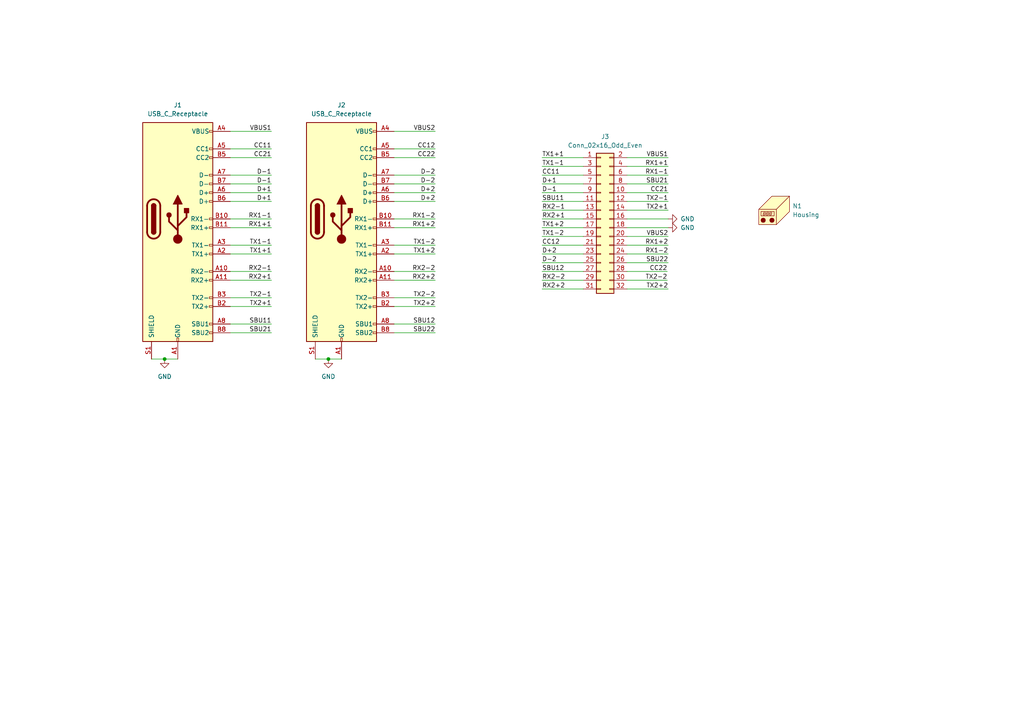
<source format=kicad_sch>
(kicad_sch (version 20211123) (generator eeschema)
  (paper "A4")
  (lib_symbols
    (symbol "Connector:USB_C_Receptacle" (pin_names (offset 1.016))
      (property "Reference" "J" (at -10.16 29.21 0))
      (property "Value" "USB_C_Receptacle" (at 10.16 29.21 0))
      (symbol "USB_C_Receptacle_0_0"
        (rectangle (start -0.254 -35.56) (end 0.254 -34.544))
        (rectangle (start 10.16 -32.766) (end 9.144 -33.274))
        (rectangle (start 10.16 -30.226) (end 9.144 -30.734))
        (rectangle (start 10.16 -25.146) (end 9.144 -25.654))
        (rectangle (start 10.16 -22.606) (end 9.144 -23.114))
        (rectangle (start 10.16 -17.526) (end 9.144 -18.034))
        (rectangle (start 10.16 -14.986) (end 9.144 -15.494))
        (rectangle (start 10.16 -9.906) (end 9.144 -10.414))
        (rectangle (start 10.16 -7.366) (end 9.144 -7.874))
        (rectangle (start 10.16 -2.286) (end 9.144 -2.794))
        (rectangle (start 10.16 0.254) (end 9.144 -0.254))
        (rectangle (start 10.16 5.334) (end 9.144 4.826))
        (rectangle (start 10.16 7.874) (end 9.144 7.366))
        (rectangle (start 10.16 10.414) (end 9.144 9.906))
        (rectangle (start 10.16 12.954) (end 9.144 12.446))
        (rectangle (start 10.16 18.034) (end 9.144 17.526))
        (rectangle (start 10.16 20.574) (end 9.144 20.066))
        (rectangle (start 10.16 25.654) (end 9.144 25.146))
      )
      (symbol "USB_C_Receptacle_0_1"
        (rectangle (start -10.16 27.94) (end 10.16 -35.56) (stroke (width 0.254)) (fill (type background)))
        (arc (start -8.89 -3.81) (mid -6.985 -5.715) (end -5.08 -3.81) (stroke (width 0.508)))
        (arc (start -7.62 -3.81) (mid -6.985 -4.445) (end -6.35 -3.81) (stroke (width 0.254)))
        (arc (start -7.62 -3.81) (mid -6.985 -4.445) (end -6.35 -3.81) (stroke (width 0.254)) (fill (type outline)))
        (rectangle (start -7.62 -3.81) (end -6.35 3.81) (stroke (width 0.254)) (fill (type outline)))
        (arc (start -6.35 3.81) (mid -6.985 4.445) (end -7.62 3.81) (stroke (width 0.254)))
        (arc (start -6.35 3.81) (mid -6.985 4.445) (end -7.62 3.81) (stroke (width 0.254)) (fill (type outline)))
        (arc (start -5.08 3.81) (mid -6.985 5.715) (end -8.89 3.81) (stroke (width 0.508)))
        (polyline (pts (xy -8.89 -3.81) (xy -8.89 3.81)) (stroke (width 0.508)))
        (polyline (pts (xy -5.08 3.81) (xy -5.08 -3.81)) (stroke (width 0.508)))
      )
      (symbol "USB_C_Receptacle_1_1"
        (circle (center -2.54 1.143) (radius 0.635) (stroke (width 0.254)) (fill (type outline)))
        (circle (center 0 -5.842) (radius 1.27) (fill (type outline)))
        (polyline (pts (xy 0 -5.842) (xy 0 4.318)) (stroke (width 0.508)))
        (polyline (pts (xy 0 -3.302) (xy -2.54 -0.762) (xy -2.54 0.508)) (stroke (width 0.508)))
        (polyline (pts (xy 0 -2.032) (xy 2.54 0.508) (xy 2.54 1.778)) (stroke (width 0.508)))
        (polyline (pts (xy -1.27 4.318) (xy 0 6.858) (xy 1.27 4.318) (xy -1.27 4.318)) (stroke (width 0.254)) (fill (type outline)))
        (rectangle (start 1.905 1.778) (end 3.175 3.048) (stroke (width 0.254)) (fill (type outline)))
        (pin passive line (at 0 -40.64 90) (length 5.08) (name "GND") (number "A1"))
        (pin bidirectional line (at 15.24 -15.24 180) (length 5.08) (name "RX2-") (number "A10"))
        (pin bidirectional line (at 15.24 -17.78 180) (length 5.08) (name "RX2+") (number "A11"))
        (pin passive line (at 0 -40.64 90) (length 5.08) hide (name "GND") (number "A12"))
        (pin bidirectional line (at 15.24 -10.16 180) (length 5.08) (name "TX1+") (number "A2"))
        (pin bidirectional line (at 15.24 -7.62 180) (length 5.08) (name "TX1-") (number "A3"))
        (pin passive line (at 15.24 25.4 180) (length 5.08) (name "VBUS") (number "A4"))
        (pin bidirectional line (at 15.24 20.32 180) (length 5.08) (name "CC1") (number "A5"))
        (pin bidirectional line (at 15.24 7.62 180) (length 5.08) (name "D+") (number "A6"))
        (pin bidirectional line (at 15.24 12.7 180) (length 5.08) (name "D-") (number "A7"))
        (pin bidirectional line (at 15.24 -30.48 180) (length 5.08) (name "SBU1") (number "A8"))
        (pin passive line (at 15.24 25.4 180) (length 5.08) hide (name "VBUS") (number "A9"))
        (pin passive line (at 0 -40.64 90) (length 5.08) hide (name "GND") (number "B1"))
        (pin bidirectional line (at 15.24 0 180) (length 5.08) (name "RX1-") (number "B10"))
        (pin bidirectional line (at 15.24 -2.54 180) (length 5.08) (name "RX1+") (number "B11"))
        (pin passive line (at 0 -40.64 90) (length 5.08) hide (name "GND") (number "B12"))
        (pin bidirectional line (at 15.24 -25.4 180) (length 5.08) (name "TX2+") (number "B2"))
        (pin bidirectional line (at 15.24 -22.86 180) (length 5.08) (name "TX2-") (number "B3"))
        (pin passive line (at 15.24 25.4 180) (length 5.08) hide (name "VBUS") (number "B4"))
        (pin bidirectional line (at 15.24 17.78 180) (length 5.08) (name "CC2") (number "B5"))
        (pin bidirectional line (at 15.24 5.08 180) (length 5.08) (name "D+") (number "B6"))
        (pin bidirectional line (at 15.24 10.16 180) (length 5.08) (name "D-") (number "B7"))
        (pin bidirectional line (at 15.24 -33.02 180) (length 5.08) (name "SBU2") (number "B8"))
        (pin passive line (at 15.24 25.4 180) (length 5.08) hide (name "VBUS") (number "B9"))
        (pin passive line (at -7.62 -40.64 90) (length 5.08) (name "SHIELD") (number "S1"))
      )
    )
    (symbol "Connector_Generic:Conn_02x16_Odd_Even" (pin_names (offset 1.016) hide)
      (property "Reference" "J" (at 1.27 20.32 0))
      (property "Value" "Conn_02x16_Odd_Even" (at 1.27 -22.86 0))
      (symbol "Conn_02x16_Odd_Even_1_1"
        (rectangle (start -1.27 -20.193) (end 0 -20.447) (stroke (width 0.1524)))
        (rectangle (start -1.27 -17.653) (end 0 -17.907) (stroke (width 0.1524)))
        (rectangle (start -1.27 -15.113) (end 0 -15.367) (stroke (width 0.1524)))
        (rectangle (start -1.27 -12.573) (end 0 -12.827) (stroke (width 0.1524)))
        (rectangle (start -1.27 -10.033) (end 0 -10.287) (stroke (width 0.1524)))
        (rectangle (start -1.27 -7.493) (end 0 -7.747) (stroke (width 0.1524)))
        (rectangle (start -1.27 -4.953) (end 0 -5.207) (stroke (width 0.1524)))
        (rectangle (start -1.27 -2.413) (end 0 -2.667) (stroke (width 0.1524)))
        (rectangle (start -1.27 0.127) (end 0 -0.127) (stroke (width 0.1524)))
        (rectangle (start -1.27 2.667) (end 0 2.413) (stroke (width 0.1524)))
        (rectangle (start -1.27 5.207) (end 0 4.953) (stroke (width 0.1524)))
        (rectangle (start -1.27 7.747) (end 0 7.493) (stroke (width 0.1524)))
        (rectangle (start -1.27 10.287) (end 0 10.033) (stroke (width 0.1524)))
        (rectangle (start -1.27 12.827) (end 0 12.573) (stroke (width 0.1524)))
        (rectangle (start -1.27 15.367) (end 0 15.113) (stroke (width 0.1524)))
        (rectangle (start -1.27 17.907) (end 0 17.653) (stroke (width 0.1524)))
        (rectangle (start -1.27 19.05) (end 3.81 -21.59) (stroke (width 0.254)) (fill (type background)))
        (rectangle (start 3.81 -20.193) (end 2.54 -20.447) (stroke (width 0.1524)))
        (rectangle (start 3.81 -17.653) (end 2.54 -17.907) (stroke (width 0.1524)))
        (rectangle (start 3.81 -15.113) (end 2.54 -15.367) (stroke (width 0.1524)))
        (rectangle (start 3.81 -12.573) (end 2.54 -12.827) (stroke (width 0.1524)))
        (rectangle (start 3.81 -10.033) (end 2.54 -10.287) (stroke (width 0.1524)))
        (rectangle (start 3.81 -7.493) (end 2.54 -7.747) (stroke (width 0.1524)))
        (rectangle (start 3.81 -4.953) (end 2.54 -5.207) (stroke (width 0.1524)))
        (rectangle (start 3.81 -2.413) (end 2.54 -2.667) (stroke (width 0.1524)))
        (rectangle (start 3.81 0.127) (end 2.54 -0.127) (stroke (width 0.1524)))
        (rectangle (start 3.81 2.667) (end 2.54 2.413) (stroke (width 0.1524)))
        (rectangle (start 3.81 5.207) (end 2.54 4.953) (stroke (width 0.1524)))
        (rectangle (start 3.81 7.747) (end 2.54 7.493) (stroke (width 0.1524)))
        (rectangle (start 3.81 10.287) (end 2.54 10.033) (stroke (width 0.1524)))
        (rectangle (start 3.81 12.827) (end 2.54 12.573) (stroke (width 0.1524)))
        (rectangle (start 3.81 15.367) (end 2.54 15.113) (stroke (width 0.1524)))
        (rectangle (start 3.81 17.907) (end 2.54 17.653) (stroke (width 0.1524)))
        (pin passive line (at -5.08 17.78 0) (length 3.81) (name "Pin_1") (number "1"))
        (pin passive line (at 7.62 7.62 180) (length 3.81) (name "Pin_10") (number "10"))
        (pin passive line (at -5.08 5.08 0) (length 3.81) (name "Pin_11") (number "11"))
        (pin passive line (at 7.62 5.08 180) (length 3.81) (name "Pin_12") (number "12"))
        (pin passive line (at -5.08 2.54 0) (length 3.81) (name "Pin_13") (number "13"))
        (pin passive line (at 7.62 2.54 180) (length 3.81) (name "Pin_14") (number "14"))
        (pin passive line (at -5.08 0 0) (length 3.81) (name "Pin_15") (number "15"))
        (pin passive line (at 7.62 0 180) (length 3.81) (name "Pin_16") (number "16"))
        (pin passive line (at -5.08 -2.54 0) (length 3.81) (name "Pin_17") (number "17"))
        (pin passive line (at 7.62 -2.54 180) (length 3.81) (name "Pin_18") (number "18"))
        (pin passive line (at -5.08 -5.08 0) (length 3.81) (name "Pin_19") (number "19"))
        (pin passive line (at 7.62 17.78 180) (length 3.81) (name "Pin_2") (number "2"))
        (pin passive line (at 7.62 -5.08 180) (length 3.81) (name "Pin_20") (number "20"))
        (pin passive line (at -5.08 -7.62 0) (length 3.81) (name "Pin_21") (number "21"))
        (pin passive line (at 7.62 -7.62 180) (length 3.81) (name "Pin_22") (number "22"))
        (pin passive line (at -5.08 -10.16 0) (length 3.81) (name "Pin_23") (number "23"))
        (pin passive line (at 7.62 -10.16 180) (length 3.81) (name "Pin_24") (number "24"))
        (pin passive line (at -5.08 -12.7 0) (length 3.81) (name "Pin_25") (number "25"))
        (pin passive line (at 7.62 -12.7 180) (length 3.81) (name "Pin_26") (number "26"))
        (pin passive line (at -5.08 -15.24 0) (length 3.81) (name "Pin_27") (number "27"))
        (pin passive line (at 7.62 -15.24 180) (length 3.81) (name "Pin_28") (number "28"))
        (pin passive line (at -5.08 -17.78 0) (length 3.81) (name "Pin_29") (number "29"))
        (pin passive line (at -5.08 15.24 0) (length 3.81) (name "Pin_3") (number "3"))
        (pin passive line (at 7.62 -17.78 180) (length 3.81) (name "Pin_30") (number "30"))
        (pin passive line (at -5.08 -20.32 0) (length 3.81) (name "Pin_31") (number "31"))
        (pin passive line (at 7.62 -20.32 180) (length 3.81) (name "Pin_32") (number "32"))
        (pin passive line (at 7.62 15.24 180) (length 3.81) (name "Pin_4") (number "4"))
        (pin passive line (at -5.08 12.7 0) (length 3.81) (name "Pin_5") (number "5"))
        (pin passive line (at 7.62 12.7 180) (length 3.81) (name "Pin_6") (number "6"))
        (pin passive line (at -5.08 10.16 0) (length 3.81) (name "Pin_7") (number "7"))
        (pin passive line (at 7.62 10.16 180) (length 3.81) (name "Pin_8") (number "8"))
        (pin passive line (at -5.08 7.62 0) (length 3.81) (name "Pin_9") (number "9"))
      )
    )
    (symbol "Mechanical:Housing" (pin_names (offset 1.016))
      (property "Reference" "N" (at 3.81 0 0))
      (property "Value" "Housing" (at 3.81 -1.905 0))
      (symbol "Housing_0_1"
        (rectangle (start -5.08 -0.635) (end -1.27 -1.905))
        (circle (center -4.445 -3.175) (radius 0.635) (fill (type outline)))
        (circle (center -1.905 -3.175) (radius 0.635) (fill (type outline)))
        (polyline (pts (xy -4.5212 -1.5748) (xy -4.4704 -1.3716)))
        (polyline (pts (xy -4.4196 -1.6764) (xy -4.064 -1.6764)))
        (polyline (pts (xy -4.4196 -1.2192) (xy -4.3688 -0.9652)))
        (polyline (pts (xy -4.318 -1.3208) (xy -4.0132 -1.3208)))
        (polyline (pts (xy -4.2164 -0.9144) (xy -3.9116 -0.9144)))
        (polyline (pts (xy -3.9116 -1.6256) (xy -3.8608 -1.3716)))
        (polyline (pts (xy -3.81 -1.2192) (xy -3.7592 -0.9652)))
        (polyline (pts (xy -3.6068 -1.5748) (xy -3.556 -1.3716)))
        (polyline (pts (xy -3.5052 -1.6764) (xy -3.1496 -1.6764)))
        (polyline (pts (xy -3.5052 -1.2192) (xy -3.4544 -0.9652)))
        (polyline (pts (xy -3.4036 -1.3208) (xy -3.0988 -1.3208)))
        (polyline (pts (xy -3.302 -0.9144) (xy -2.9972 -0.9144)))
        (polyline (pts (xy -2.9972 -1.6256) (xy -2.9464 -1.3716)))
        (polyline (pts (xy -2.8956 -1.2192) (xy -2.8448 -0.9652)))
        (polyline (pts (xy -2.6924 -1.5748) (xy -2.6416 -1.3716)))
        (polyline (pts (xy -2.5908 -1.6764) (xy -2.2352 -1.6764)))
        (polyline (pts (xy -2.5908 -1.2192) (xy -2.54 -0.9652)))
        (polyline (pts (xy -2.4892 -1.3208) (xy -2.1844 -1.3208)))
        (polyline (pts (xy -2.3876 -0.9144) (xy -2.0828 -0.9144)))
        (polyline (pts (xy -2.0828 -1.6256) (xy -2.032 -1.3716)))
        (polyline (pts (xy -1.9812 -1.2192) (xy -1.9304 -0.9652)))
        (polyline (pts (xy -0.635 0) (xy -0.635 -4.445)))
        (polyline (pts (xy -5.715 0) (xy -0.635 0) (xy 3.175 3.81)))
        (polyline (pts (xy -5.715 0) (xy -5.715 -4.445) (xy -0.635 -4.445) (xy 3.175 -0.635) (xy 3.175 3.81) (xy -1.905 3.81) (xy -5.715 0)) (fill (type background)))
      )
    )
    (symbol "power:GND" (power) (pin_names (offset 0))
      (property "Value" "GND" (at 0 -3.81 0))
      (symbol "GND_0_1"
        (polyline (pts (xy 0 0) (xy 0 -1.27) (xy 1.27 -1.27) (xy 0 -2.54) (xy -1.27 -1.27) (xy 0 -1.27)))
      )
      (symbol "GND_1_1"
        (pin power_in line (at 0 0 270) (length 0) hide (name "GND") (number "1"))
      )
    )
  )
  (junction (at 47.752 104.14))
  (junction (at 95.25 104.14))
  (wire (pts (xy 91.44 104.14) (xy 95.25 104.14)))
  (wire (pts (xy 193.802 45.72) (xy 181.864 45.72)))
  (wire (pts (xy 169.164 48.26) (xy 157.226 48.26)))
  (wire (pts (xy 114.3 43.18) (xy 126.238 43.18)))
  (wire (pts (xy 193.802 53.34) (xy 181.864 53.34)))
  (wire (pts (xy 193.802 55.88) (xy 181.864 55.88)))
  (wire (pts (xy 169.164 45.72) (xy 157.226 45.72)))
  (wire (pts (xy 181.864 71.12) (xy 193.802 71.12)))
  (wire (pts (xy 193.802 50.8) (xy 181.864 50.8)))
  (wire (pts (xy 181.864 73.66) (xy 193.802 73.66)))
  (wire (pts (xy 66.802 93.98) (xy 78.74 93.98)))
  (wire (pts (xy 66.802 86.36) (xy 78.74 86.36)))
  (wire (pts (xy 66.802 63.5) (xy 78.74 63.5)))
  (wire (pts (xy 114.3 63.5) (xy 126.238 63.5)))
  (wire (pts (xy 169.164 83.82) (xy 157.226 83.82)))
  (wire (pts (xy 114.3 73.66) (xy 126.238 73.66)))
  (wire (pts (xy 114.3 50.8) (xy 126.238 50.8)))
  (wire (pts (xy 169.164 53.34) (xy 157.226 53.34)))
  (wire (pts (xy 169.164 71.12) (xy 157.226 71.12)))
  (wire (pts (xy 66.802 55.88) (xy 78.74 55.88)))
  (wire (pts (xy 114.3 71.12) (xy 126.238 71.12)))
  (wire (pts (xy 114.3 55.88) (xy 126.238 55.88)))
  (wire (pts (xy 169.164 58.42) (xy 157.226 58.42)))
  (wire (pts (xy 114.3 38.1) (xy 126.238 38.1)))
  (wire (pts (xy 66.802 71.12) (xy 78.74 71.12)))
  (wire (pts (xy 66.802 96.52) (xy 78.74 96.52)))
  (wire (pts (xy 114.3 96.52) (xy 126.238 96.52)))
  (wire (pts (xy 193.802 58.42) (xy 181.864 58.42)))
  (wire (pts (xy 66.802 43.18) (xy 78.74 43.18)))
  (wire (pts (xy 193.802 66.04) (xy 181.864 66.04)))
  (wire (pts (xy 66.802 81.28) (xy 78.74 81.28)))
  (wire (pts (xy 181.864 68.58) (xy 193.802 68.58)))
  (wire (pts (xy 193.802 83.82) (xy 181.864 83.82)))
  (wire (pts (xy 181.864 76.2) (xy 193.802 76.2)))
  (wire (pts (xy 66.802 53.34) (xy 78.74 53.34)))
  (wire (pts (xy 169.164 63.5) (xy 157.226 63.5)))
  (wire (pts (xy 66.802 66.04) (xy 78.74 66.04)))
  (wire (pts (xy 66.802 73.66) (xy 78.74 73.66)))
  (wire (pts (xy 169.164 76.2) (xy 157.226 76.2)))
  (wire (pts (xy 193.548 78.74) (xy 181.864 78.74)))
  (wire (pts (xy 66.802 45.72) (xy 78.74 45.72)))
  (wire (pts (xy 193.548 81.28) (xy 181.864 81.28)))
  (wire (pts (xy 114.3 45.72) (xy 126.238 45.72)))
  (wire (pts (xy 169.164 66.04) (xy 157.226 66.04)))
  (wire (pts (xy 66.802 58.42) (xy 78.74 58.42)))
  (wire (pts (xy 114.3 86.36) (xy 126.238 86.36)))
  (wire (pts (xy 193.802 48.26) (xy 181.864 48.26)))
  (wire (pts (xy 169.164 60.96) (xy 157.226 60.96)))
  (wire (pts (xy 95.25 104.14) (xy 99.06 104.14)))
  (wire (pts (xy 169.164 81.28) (xy 157.226 81.28)))
  (wire (pts (xy 66.802 88.9) (xy 78.74 88.9)))
  (wire (pts (xy 114.3 78.74) (xy 126.238 78.74)))
  (wire (pts (xy 66.802 38.1) (xy 78.74 38.1)))
  (wire (pts (xy 114.3 88.9) (xy 126.238 88.9)))
  (wire (pts (xy 169.164 68.58) (xy 157.226 68.58)))
  (wire (pts (xy 114.3 58.42) (xy 126.238 58.42)))
  (wire (pts (xy 114.3 53.34) (xy 126.238 53.34)))
  (wire (pts (xy 66.802 50.8) (xy 78.74 50.8)))
  (wire (pts (xy 193.802 60.96) (xy 181.864 60.96)))
  (wire (pts (xy 169.164 50.8) (xy 157.226 50.8)))
  (wire (pts (xy 169.164 73.66) (xy 157.226 73.66)))
  (wire (pts (xy 169.164 55.88) (xy 157.226 55.88)))
  (wire (pts (xy 66.802 78.74) (xy 78.74 78.74)))
  (wire (pts (xy 43.942 104.14) (xy 47.752 104.14)))
  (wire (pts (xy 169.164 78.74) (xy 157.226 78.74)))
  (wire (pts (xy 114.3 93.98) (xy 126.238 93.98)))
  (wire (pts (xy 114.3 81.28) (xy 126.238 81.28)))
  (wire (pts (xy 193.802 63.5) (xy 181.864 63.5)))
  (wire (pts (xy 47.752 104.14) (xy 51.562 104.14)))
  (wire (pts (xy 114.3 66.04) (xy 126.238 66.04)))
  (label "CC22" (at 126.238 45.72 180))
  (label "VBUS2" (at 126.238 38.1 180))
  (label "TX1-2" (at 126.238 71.12 180))
  (label "D+1" (at 78.74 58.42 180))
  (label "TX1+2" (at 126.238 73.66 180))
  (label "TX2-1" (at 193.802 58.42 180))
  (label "TX1+1" (at 78.74 73.66 180))
  (label "CC12" (at 157.226 71.12 0))
  (label "D-1" (at 78.74 53.34 180))
  (label "SBU11" (at 157.226 58.42 0))
  (label "CC11" (at 78.74 43.18 180))
  (label "RX1-2" (at 126.238 63.5 180))
  (label "RX2-1" (at 78.74 78.74 180))
  (label "RX2-2" (at 126.238 78.74 180))
  (label "RX2+1" (at 157.226 63.5 0))
  (label "SBU11" (at 78.74 93.98 180))
  (label "SBU12" (at 157.226 78.74 0))
  (label "VBUS2" (at 193.802 68.58 180))
  (label "RX2+2" (at 157.226 83.82 0))
  (label "TX1+1" (at 157.226 45.72 0))
  (label "CC22" (at 193.548 78.74 180))
  (label "RX2-2" (at 157.226 81.28 0))
  (label "D+1" (at 78.74 55.88 180))
  (label "D+2" (at 126.238 58.42 180))
  (label "TX1-1" (at 157.226 48.26 0))
  (label "CC12" (at 126.238 43.18 180))
  (label "TX1+2" (at 157.226 66.04 0))
  (label "TX2-2" (at 126.238 86.36 180))
  (label "TX2+1" (at 193.802 60.96 180))
  (label "TX2+1" (at 78.74 88.9 180))
  (label "VBUS1" (at 78.74 38.1 180))
  (label "D+2" (at 157.226 73.66 0))
  (label "RX1-1" (at 78.74 63.5 180))
  (label "D-2" (at 126.238 53.34 180))
  (label "RX1-2" (at 193.802 73.66 180))
  (label "RX2-1" (at 157.226 60.96 0))
  (label "D-1" (at 157.226 55.88 0))
  (label "RX1+1" (at 193.802 48.26 180))
  (label "SBU22" (at 193.802 76.2 180))
  (label "D-2" (at 157.226 76.2 0))
  (label "RX1-1" (at 193.802 50.8 180))
  (label "D-1" (at 78.74 50.8 180))
  (label "D+1" (at 157.226 53.34 0))
  (label "CC21" (at 193.802 55.88 180))
  (label "SBU12" (at 126.238 93.98 180))
  (label "RX1+2" (at 193.802 71.12 180))
  (label "RX1+1" (at 78.74 66.04 180))
  (label "VBUS1" (at 193.802 45.72 180))
  (label "SBU21" (at 78.74 96.52 180))
  (label "RX1+2" (at 126.238 66.04 180))
  (label "SBU22" (at 126.238 96.52 180))
  (label "SBU21" (at 193.802 53.34 180))
  (label "TX2+2" (at 193.802 83.82 180))
  (label "RX2+1" (at 78.74 81.28 180))
  (label "D+2" (at 126.238 55.88 180))
  (label "TX2+2" (at 126.238 88.9 180))
  (label "TX2-1" (at 78.74 86.36 180))
  (label "D-2" (at 126.238 50.8 180))
  (label "TX2-2" (at 193.548 81.28 180))
  (label "CC21" (at 78.74 45.72 180))
  (label "RX2+2" (at 126.238 81.28 180))
  (label "TX1-1" (at 78.74 71.12 180))
  (label "CC11" (at 157.226 50.8 0))
  (label "TX1-2" (at 157.226 68.58 0))
  (symbol (lib_id "Mechanical:Housing") (at 225.806 60.706 0) (unit 1)
    (property "Reference" "N1" (at 229.87 59.7534 0) (effects (justify left)))
    (property "Value" "Housing" (at 229.87 62.2934 0) (effects (justify left)))
    (property "Footprint" "custom_footprints:Enclosure-Gloxinia_small" (effects hide))
  )
  (symbol (lib_id "Connector_Generic:Conn_02x16_Odd_Even") (at 174.244 63.5 0) (unit 1)
    (property "Reference" "J3" (at 175.514 39.624 0))
    (property "Value" "Conn_02x16_Odd_Even" (at 175.514 42.164 0))
    (property "Footprint" "Connector_PinHeader_2.54mm:PinHeader_2x16_P2.54mm_Vertical" (effects hide))
  )
  (symbol (lib_id "Connector:USB_C_Receptacle") (at 99.06 63.5 0) (unit 1)
    (property "Reference" "J2" (at 99.06 30.48 0))
    (property "Value" "USB_C_Receptacle" (at 99.06 33.02 0))
    (property "Footprint" "custom_footprints:USB_C_Receptacle_Amphenol_12401861XX12A" (effects hide))
    (property "Datasheet" "https://www.usb.org/sites/default/files/documents/usb_type-c.zip" (effects hide))
  )
  (symbol (lib_id "power:GND") (at 193.802 63.5 90) (unit 1)
    (property "Reference" "#PWR03" (effects hide))
    (property "Value" "GND" (at 197.358 63.4999 90) (effects (justify right)))
  )
  (symbol (lib_id "Connector:USB_C_Receptacle") (at 51.562 63.5 0) (unit 1)
    (property "Reference" "J1" (at 51.562 30.48 0))
    (property "Value" "USB_C_Receptacle" (at 51.562 33.02 0))
    (property "Footprint" "custom_footprints:USB_C_Receptacle_Amphenol_12401861XX12A" (effects hide))
    (property "Datasheet" "https://www.usb.org/sites/default/files/documents/usb_type-c.zip" (effects hide))
  )
  (symbol (lib_id "power:GND") (at 95.25 104.14 0) (unit 1)
    (property "Reference" "#PWR02" (effects hide))
    (property "Value" "GND" (at 95.25 109.22 0))
  )
  (symbol (lib_id "power:GND") (at 47.752 104.14 0) (unit 1)
    (property "Reference" "#PWR01" (effects hide))
    (property "Value" "GND" (at 47.752 109.22 0))
  )
  (symbol (lib_id "power:GND") (at 193.802 66.04 90) (unit 1)
    (property "Reference" "#PWR?" (effects hide))
    (property "Value" "GND" (at 197.358 66.0399 90) (effects (justify right)))
  )
)
</source>
